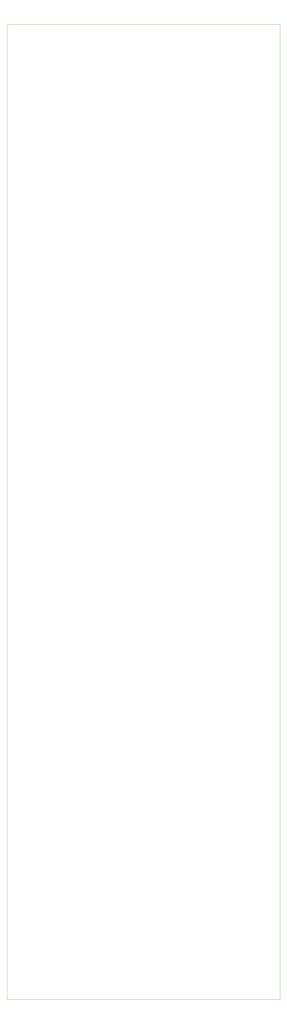
<source format=gbr>
%TF.GenerationSoftware,KiCad,Pcbnew,(6.0.0-0)*%
%TF.CreationDate,2022-06-01T15:30:03-04:00*%
%TF.ProjectId,cpu-input-output-control,6370752d-696e-4707-9574-2d6f75747075,rev?*%
%TF.SameCoordinates,Original*%
%TF.FileFunction,Profile,NP*%
%FSLAX46Y46*%
G04 Gerber Fmt 4.6, Leading zero omitted, Abs format (unit mm)*
G04 Created by KiCad (PCBNEW (6.0.0-0)) date 2022-06-01 15:30:03*
%MOMM*%
%LPD*%
G01*
G04 APERTURE LIST*
%TA.AperFunction,Profile*%
%ADD10C,0.100000*%
%TD*%
G04 APERTURE END LIST*
D10*
X48260000Y-88900000D02*
X150876000Y-88900000D01*
X150876000Y-88900000D02*
X150876000Y-454914000D01*
X150876000Y-454914000D02*
X48260000Y-454914000D01*
X48260000Y-454914000D02*
X48260000Y-88900000D01*
M02*

</source>
